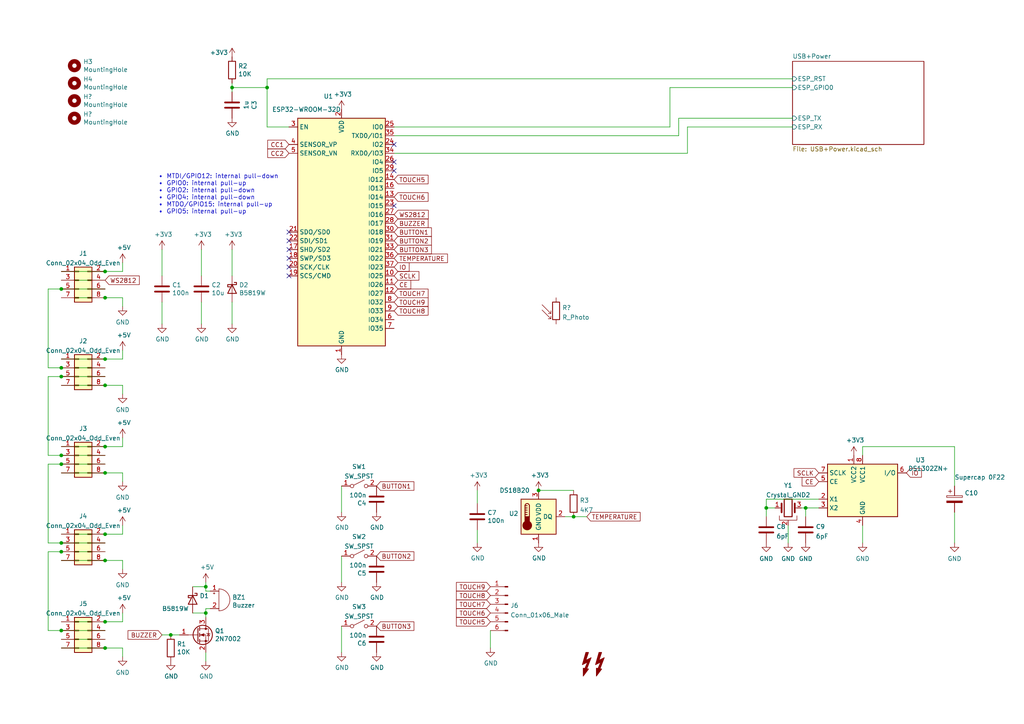
<source format=kicad_sch>
(kicad_sch (version 20211123) (generator eeschema)
  (paper "A4")
  (lib_symbols
    (symbol "Connector:Conn_01x06_Male" (pin_names (offset 1.016) hide)
      (property "Reference" "J" (at 0 7.62 0))
      (property "Value" "Conn_01x06_Male" (at 0 -10.16 0))
      (symbol "Conn_01x06_Male_1_1"
        (polyline (pts (xy 1.27 -7.62) (xy 0.8636 -7.62)) (stroke (width 0.1524)))
        (polyline (pts (xy 1.27 -5.08) (xy 0.8636 -5.08)) (stroke (width 0.1524)))
        (polyline (pts (xy 1.27 -2.54) (xy 0.8636 -2.54)) (stroke (width 0.1524)))
        (polyline (pts (xy 1.27 0) (xy 0.8636 0)) (stroke (width 0.1524)))
        (polyline (pts (xy 1.27 2.54) (xy 0.8636 2.54)) (stroke (width 0.1524)))
        (polyline (pts (xy 1.27 5.08) (xy 0.8636 5.08)) (stroke (width 0.1524)))
        (rectangle (start 0.8636 -7.493) (end 0 -7.747) (stroke (width 0.1524)) (fill (type outline)))
        (rectangle (start 0.8636 -4.953) (end 0 -5.207) (stroke (width 0.1524)) (fill (type outline)))
        (rectangle (start 0.8636 -2.413) (end 0 -2.667) (stroke (width 0.1524)) (fill (type outline)))
        (rectangle (start 0.8636 0.127) (end 0 -0.127) (stroke (width 0.1524)) (fill (type outline)))
        (rectangle (start 0.8636 2.667) (end 0 2.413) (stroke (width 0.1524)) (fill (type outline)))
        (rectangle (start 0.8636 5.207) (end 0 4.953) (stroke (width 0.1524)) (fill (type outline)))
        (pin passive line (at 5.08 5.08 180) (length 3.81) (name "Pin_1") (number "1"))
        (pin passive line (at 5.08 2.54 180) (length 3.81) (name "Pin_2") (number "2"))
        (pin passive line (at 5.08 0 180) (length 3.81) (name "Pin_3") (number "3"))
        (pin passive line (at 5.08 -2.54 180) (length 3.81) (name "Pin_4") (number "4"))
        (pin passive line (at 5.08 -5.08 180) (length 3.81) (name "Pin_5") (number "5"))
        (pin passive line (at 5.08 -7.62 180) (length 3.81) (name "Pin_6") (number "6"))
      )
    )
    (symbol "Connector_Generic:Conn_02x04_Odd_Even" (pin_names (offset 1.016) hide)
      (property "Reference" "J" (at 1.27 5.08 0))
      (property "Value" "Conn_02x04_Odd_Even" (at 1.27 -7.62 0))
      (symbol "Conn_02x04_Odd_Even_1_1"
        (rectangle (start -1.27 -4.953) (end 0 -5.207) (stroke (width 0.1524)))
        (rectangle (start -1.27 -2.413) (end 0 -2.667) (stroke (width 0.1524)))
        (rectangle (start -1.27 0.127) (end 0 -0.127) (stroke (width 0.1524)))
        (rectangle (start -1.27 2.667) (end 0 2.413) (stroke (width 0.1524)))
        (rectangle (start -1.27 3.81) (end 3.81 -6.35) (stroke (width 0.254)) (fill (type background)))
        (rectangle (start 3.81 -4.953) (end 2.54 -5.207) (stroke (width 0.1524)))
        (rectangle (start 3.81 -2.413) (end 2.54 -2.667) (stroke (width 0.1524)))
        (rectangle (start 3.81 0.127) (end 2.54 -0.127) (stroke (width 0.1524)))
        (rectangle (start 3.81 2.667) (end 2.54 2.413) (stroke (width 0.1524)))
        (pin passive line (at -5.08 2.54 0) (length 3.81) (name "Pin_1") (number "1"))
        (pin passive line (at 7.62 2.54 180) (length 3.81) (name "Pin_2") (number "2"))
        (pin passive line (at -5.08 0 0) (length 3.81) (name "Pin_3") (number "3"))
        (pin passive line (at 7.62 0 180) (length 3.81) (name "Pin_4") (number "4"))
        (pin passive line (at -5.08 -2.54 0) (length 3.81) (name "Pin_5") (number "5"))
        (pin passive line (at 7.62 -2.54 180) (length 3.81) (name "Pin_6") (number "6"))
        (pin passive line (at -5.08 -5.08 0) (length 3.81) (name "Pin_7") (number "7"))
        (pin passive line (at 7.62 -5.08 180) (length 3.81) (name "Pin_8") (number "8"))
      )
    )
    (symbol "Device:Buzzer" (pin_names (offset 0.0254) hide)
      (property "Reference" "BZ" (at 3.81 1.27 0))
      (property "Value" "Buzzer" (at 3.81 -1.27 0))
      (symbol "Buzzer_0_1"
        (arc (start 0 -3.175) (mid 3.175 0) (end 0 3.175))
        (polyline (pts (xy -1.651 1.905) (xy -1.143 1.905)))
        (polyline (pts (xy -1.397 2.159) (xy -1.397 1.651)))
        (polyline (pts (xy 0 3.175) (xy 0 -3.175)))
      )
      (symbol "Buzzer_1_1"
        (pin passive line (at -2.54 2.54 0) (length 2.54) (name "-") (number "1"))
        (pin passive line (at -2.54 -2.54 0) (length 2.54) (name "+") (number "2"))
      )
    )
    (symbol "Device:C" (pin_numbers hide) (pin_names (offset 0.254))
      (property "Reference" "C" (at 0.635 2.54 0))
      (property "Value" "C" (at 0.635 -2.54 0))
      (symbol "C_0_1"
        (polyline (pts (xy -2.032 -0.762) (xy 2.032 -0.762)) (stroke (width 0.508)))
        (polyline (pts (xy -2.032 0.762) (xy 2.032 0.762)) (stroke (width 0.508)))
      )
      (symbol "C_1_1"
        (pin passive line (at 0 3.81 270) (length 2.794) (name "~") (number "1"))
        (pin passive line (at 0 -3.81 90) (length 2.794) (name "~") (number "2"))
      )
    )
    (symbol "Device:C_Polarized" (pin_numbers hide) (pin_names (offset 0.254))
      (property "Reference" "C" (at 0.635 2.54 0))
      (property "Value" "C_Polarized" (at 0.635 -2.54 0))
      (symbol "C_Polarized_0_1"
        (rectangle (start -2.286 0.508) (end 2.286 1.016))
        (polyline (pts (xy -1.778 2.286) (xy -0.762 2.286)))
        (polyline (pts (xy -1.27 2.794) (xy -1.27 1.778)))
        (rectangle (start 2.286 -0.508) (end -2.286 -1.016) (fill (type outline)))
      )
      (symbol "C_Polarized_1_1"
        (pin passive line (at 0 3.81 270) (length 2.794) (name "~") (number "1"))
        (pin passive line (at 0 -3.81 90) (length 2.794) (name "~") (number "2"))
      )
    )
    (symbol "Device:Crystal_GND2" (pin_names (offset 1.016) hide)
      (property "Reference" "Y" (at 0 5.715 0))
      (property "Value" "Crystal_GND2" (at 0 3.81 0))
      (symbol "Crystal_GND2_0_1"
        (rectangle (start -1.143 2.54) (end 1.143 -2.54) (stroke (width 0.3048)))
        (polyline (pts (xy -2.54 0) (xy -1.905 0)))
        (polyline (pts (xy -1.905 -1.27) (xy -1.905 1.27)) (stroke (width 0.508)))
        (polyline (pts (xy 0 -3.81) (xy 0 -3.556)))
        (polyline (pts (xy 1.905 0) (xy 2.54 0)))
        (polyline (pts (xy 1.905 1.27) (xy 1.905 -1.27)) (stroke (width 0.508)))
        (polyline (pts (xy -2.54 -2.286) (xy -2.54 -3.556) (xy 2.54 -3.556) (xy 2.54 -2.286)))
      )
      (symbol "Crystal_GND2_1_1"
        (pin passive line (at -3.81 0 0) (length 1.27) (name "1") (number "1"))
        (pin passive line (at 0 -5.08 90) (length 1.27) (name "2") (number "2"))
        (pin passive line (at 3.81 0 180) (length 1.27) (name "3") (number "3"))
      )
    )
    (symbol "Device:D_Schottky" (pin_numbers hide) (pin_names (offset 1.016) hide)
      (property "Reference" "D" (at 0 2.54 0))
      (property "Value" "D_Schottky" (at 0 -2.54 0))
      (symbol "D_Schottky_0_1"
        (polyline (pts (xy 1.27 0) (xy -1.27 0)))
        (polyline (pts (xy 1.27 1.27) (xy 1.27 -1.27) (xy -1.27 0) (xy 1.27 1.27)) (stroke (width 0.254)))
        (polyline (pts (xy -1.905 0.635) (xy -1.905 1.27) (xy -1.27 1.27) (xy -1.27 -1.27) (xy -0.635 -1.27) (xy -0.635 -0.635)) (stroke (width 0.254)))
      )
      (symbol "D_Schottky_1_1"
        (pin passive line (at -3.81 0 0) (length 2.54) (name "K") (number "1"))
        (pin passive line (at 3.81 0 180) (length 2.54) (name "A") (number "2"))
      )
    )
    (symbol "Device:R" (pin_numbers hide) (pin_names (offset 0))
      (property "Reference" "R" (at 2.032 0 90))
      (property "Value" "R" (at 0 0 90))
      (symbol "R_0_1"
        (rectangle (start -1.016 -2.54) (end 1.016 2.54) (stroke (width 0.254)))
      )
      (symbol "R_1_1"
        (pin passive line (at 0 3.81 270) (length 1.27) (name "~") (number "1"))
        (pin passive line (at 0 -3.81 90) (length 1.27) (name "~") (number "2"))
      )
    )
    (symbol "Device:R_Photo" (pin_numbers hide) (pin_names (offset 0))
      (property "Reference" "R" (at 1.27 1.27 0))
      (property "Value" "R_Photo" (at 1.27 0 0))
      (symbol "R_Photo_0_1"
        (rectangle (start -1.016 2.54) (end 1.016 -2.54) (stroke (width 0.254)))
        (polyline (pts (xy -1.524 -2.286) (xy -4.064 0.254)))
        (polyline (pts (xy -1.524 -2.286) (xy -2.286 -2.286)))
        (polyline (pts (xy -1.524 -2.286) (xy -1.524 -1.524)))
        (polyline (pts (xy -1.524 -0.762) (xy -4.064 1.778)))
        (polyline (pts (xy -1.524 -0.762) (xy -2.286 -0.762)))
        (polyline (pts (xy -1.524 -0.762) (xy -1.524 0)))
      )
      (symbol "R_Photo_1_1"
        (pin passive line (at 0 3.81 270) (length 1.27) (name "~") (number "1"))
        (pin passive line (at 0 -3.81 90) (length 1.27) (name "~") (number "2"))
      )
    )
    (symbol "Graphic:SYM_Flash_Small" (pin_names (offset 1.016))
      (symbol "SYM_Flash_Small_0_1"
        (polyline (pts (xy 0.508 -1.016) (xy -1.016 -0.762) (xy -1.016 -3.048) (xy 0.508 -1.016)) (stroke (width 0.2032)) (fill (type outline)))
        (polyline (pts (xy -0.254 3.81) (xy 0.508 3.81) (xy -0.254 1.524) (xy 1.27 2.286) (xy 0 -1.016) (xy -0.508 -0.762) (xy 0.254 1.016) (xy -1.27 0.254) (xy -0.254 3.81)) (stroke (width 0.2032)) (fill (type outline)))
      )
    )
    (symbol "Mechanical:MountingHole" (pin_names (offset 1.016))
      (property "Reference" "H" (at 0 5.08 0))
      (property "Value" "MountingHole" (at 0 3.175 0))
      (symbol "MountingHole_0_1"
        (circle (center 0 0) (radius 1.27) (stroke (width 1.27)))
      )
    )
    (symbol "RF_Module:ESP32-WROOM-32D"
      (property "Reference" "U" (at -12.7 34.29 0))
      (property "Value" "ESP32-WROOM-32D" (at 1.27 34.29 0))
      (symbol "ESP32-WROOM-32D_0_1"
        (rectangle (start -12.7 33.02) (end 12.7 -33.02) (stroke (width 0.254)) (fill (type background)))
      )
      (symbol "ESP32-WROOM-32D_1_1"
        (pin power_in line (at 0 -35.56 90) (length 2.54) (name "GND") (number "1"))
        (pin bidirectional line (at 15.24 -12.7 180) (length 2.54) (name "IO25") (number "10"))
        (pin bidirectional line (at 15.24 -15.24 180) (length 2.54) (name "IO26") (number "11"))
        (pin bidirectional line (at 15.24 -17.78 180) (length 2.54) (name "IO27") (number "12"))
        (pin bidirectional line (at 15.24 10.16 180) (length 2.54) (name "IO14") (number "13"))
        (pin bidirectional line (at 15.24 15.24 180) (length 2.54) (name "IO12") (number "14"))
        (pin passive line (at 0 -35.56 90) (length 2.54) hide (name "GND") (number "15"))
        (pin bidirectional line (at 15.24 12.7 180) (length 2.54) (name "IO13") (number "16"))
        (pin bidirectional line (at -15.24 -5.08 0) (length 2.54) (name "SHD/SD2") (number "17"))
        (pin bidirectional line (at -15.24 -7.62 0) (length 2.54) (name "SWP/SD3") (number "18"))
        (pin bidirectional line (at -15.24 -12.7 0) (length 2.54) (name "SCS/CMD") (number "19"))
        (pin power_in line (at 0 35.56 270) (length 2.54) (name "VDD") (number "2"))
        (pin bidirectional line (at -15.24 -10.16 0) (length 2.54) (name "SCK/CLK") (number "20"))
        (pin bidirectional line (at -15.24 0 0) (length 2.54) (name "SDO/SD0") (number "21"))
        (pin bidirectional line (at -15.24 -2.54 0) (length 2.54) (name "SDI/SD1") (number "22"))
        (pin bidirectional line (at 15.24 7.62 180) (length 2.54) (name "IO15") (number "23"))
        (pin bidirectional line (at 15.24 25.4 180) (length 2.54) (name "IO2") (number "24"))
        (pin bidirectional line (at 15.24 30.48 180) (length 2.54) (name "IO0") (number "25"))
        (pin bidirectional line (at 15.24 20.32 180) (length 2.54) (name "IO4") (number "26"))
        (pin bidirectional line (at 15.24 5.08 180) (length 2.54) (name "IO16") (number "27"))
        (pin bidirectional line (at 15.24 2.54 180) (length 2.54) (name "IO17") (number "28"))
        (pin bidirectional line (at 15.24 17.78 180) (length 2.54) (name "IO5") (number "29"))
        (pin input line (at -15.24 30.48 0) (length 2.54) (name "EN") (number "3"))
        (pin bidirectional line (at 15.24 0 180) (length 2.54) (name "IO18") (number "30"))
        (pin bidirectional line (at 15.24 -2.54 180) (length 2.54) (name "IO19") (number "31"))
        (pin no_connect line (at -12.7 -27.94 0) (length 2.54) hide (name "NC") (number "32"))
        (pin bidirectional line (at 15.24 -5.08 180) (length 2.54) (name "IO21") (number "33"))
        (pin bidirectional line (at 15.24 22.86 180) (length 2.54) (name "RXD0/IO3") (number "34"))
        (pin bidirectional line (at 15.24 27.94 180) (length 2.54) (name "TXD0/IO1") (number "35"))
        (pin bidirectional line (at 15.24 -7.62 180) (length 2.54) (name "IO22") (number "36"))
        (pin bidirectional line (at 15.24 -10.16 180) (length 2.54) (name "IO23") (number "37"))
        (pin passive line (at 0 -35.56 90) (length 2.54) hide (name "GND") (number "38"))
        (pin passive line (at 0 -35.56 90) (length 2.54) hide (name "GND") (number "39"))
        (pin input line (at -15.24 25.4 0) (length 2.54) (name "SENSOR_VP") (number "4"))
        (pin input line (at -15.24 22.86 0) (length 2.54) (name "SENSOR_VN") (number "5"))
        (pin input line (at 15.24 -25.4 180) (length 2.54) (name "IO34") (number "6"))
        (pin input line (at 15.24 -27.94 180) (length 2.54) (name "IO35") (number "7"))
        (pin bidirectional line (at 15.24 -20.32 180) (length 2.54) (name "IO32") (number "8"))
        (pin bidirectional line (at 15.24 -22.86 180) (length 2.54) (name "IO33") (number "9"))
      )
    )
    (symbol "Sensor_Temperature:DS18B20" (pin_names (offset 1.016))
      (property "Reference" "U" (at -3.81 6.35 0))
      (property "Value" "DS18B20" (at 6.35 6.35 0))
      (symbol "DS18B20_0_1"
        (rectangle (start -5.08 5.08) (end 5.08 -5.08) (stroke (width 0.254)) (fill (type background)))
        (circle (center -3.302 -2.54) (radius 1.27) (stroke (width 0.254)) (fill (type outline)))
        (rectangle (start -2.667 -1.905) (end -3.937 0) (stroke (width 0.254)) (fill (type outline)))
        (arc (start -2.667 3.175) (mid -3.302 3.81) (end -3.937 3.175) (stroke (width 0.254)))
        (polyline (pts (xy -3.937 0.635) (xy -3.302 0.635)) (stroke (width 0.254)))
        (polyline (pts (xy -3.937 1.27) (xy -3.302 1.27)) (stroke (width 0.254)))
        (polyline (pts (xy -3.937 1.905) (xy -3.302 1.905)) (stroke (width 0.254)))
        (polyline (pts (xy -3.937 2.54) (xy -3.302 2.54)) (stroke (width 0.254)))
        (polyline (pts (xy -3.937 3.175) (xy -3.937 0)) (stroke (width 0.254)))
        (polyline (pts (xy -3.937 3.175) (xy -3.302 3.175)) (stroke (width 0.254)))
        (polyline (pts (xy -2.667 3.175) (xy -2.667 0)) (stroke (width 0.254)))
      )
      (symbol "DS18B20_1_1"
        (pin power_in line (at 0 -7.62 90) (length 2.54) (name "GND") (number "1"))
        (pin bidirectional line (at 7.62 0 180) (length 2.54) (name "DQ") (number "2"))
        (pin power_in line (at 0 7.62 270) (length 2.54) (name "VDD") (number "3"))
      )
    )
    (symbol "Switch:SW_SPST" (pin_names (offset 0) hide)
      (property "Reference" "SW" (at 0 3.175 0))
      (property "Value" "SW_SPST" (at 0 -2.54 0))
      (symbol "SW_SPST_0_0"
        (circle (center -2.032 0) (radius 0.508))
        (polyline (pts (xy -1.524 0.254) (xy 1.524 1.778)))
        (circle (center 2.032 0) (radius 0.508))
      )
      (symbol "SW_SPST_1_1"
        (pin passive line (at -5.08 0 0) (length 2.54) (name "A") (number "1"))
        (pin passive line (at 5.08 0 180) (length 2.54) (name "B") (number "2"))
      )
    )
    (symbol "Timer_RTC:DS1302ZN+"
      (property "Reference" "U" (at -8.89 8.89 0))
      (property "Value" "DS1302ZN+" (at 6.35 8.89 0))
      (symbol "DS1302ZN+_1_1"
        (rectangle (start -10.16 7.62) (end 10.16 -7.62) (stroke (width 0.254)) (fill (type background)))
        (pin power_in line (at -2.54 10.16 270) (length 2.54) (name "VCC2") (number "1"))
        (pin input line (at -12.7 -2.54 0) (length 2.54) (name "X1") (number "2"))
        (pin input line (at -12.7 -5.08 0) (length 2.54) (name "X2") (number "3"))
        (pin power_in line (at 0 -10.16 90) (length 2.54) (name "GND") (number "4"))
        (pin input line (at -12.7 2.54 0) (length 2.54) (name "CE") (number "5"))
        (pin bidirectional line (at 12.7 5.08 180) (length 2.54) (name "I/O") (number "6"))
        (pin input line (at -12.7 5.08 0) (length 2.54) (name "SCLK") (number "7"))
        (pin power_in line (at 0 10.16 270) (length 2.54) (name "VCC1") (number "8"))
      )
    )
    (symbol "Transistor_FET:2N7002" (pin_names hide)
      (property "Reference" "Q" (at 5.08 1.905 0))
      (property "Value" "2N7002" (at 5.08 0 0))
      (symbol "2N7002_0_1"
        (polyline (pts (xy 0.254 0) (xy -2.54 0)))
        (polyline (pts (xy 0.254 1.905) (xy 0.254 -1.905)) (stroke (width 0.254)))
        (polyline (pts (xy 0.762 -1.27) (xy 0.762 -2.286)) (stroke (width 0.254)))
        (polyline (pts (xy 0.762 0.508) (xy 0.762 -0.508)) (stroke (width 0.254)))
        (polyline (pts (xy 0.762 2.286) (xy 0.762 1.27)) (stroke (width 0.254)))
        (polyline (pts (xy 2.54 2.54) (xy 2.54 1.778)))
        (polyline (pts (xy 2.54 -2.54) (xy 2.54 0) (xy 0.762 0)))
        (polyline (pts (xy 0.762 -1.778) (xy 3.302 -1.778) (xy 3.302 1.778) (xy 0.762 1.778)))
        (polyline (pts (xy 1.016 0) (xy 2.032 0.381) (xy 2.032 -0.381) (xy 1.016 0)) (fill (type outline)))
        (polyline (pts (xy 2.794 0.508) (xy 2.921 0.381) (xy 3.683 0.381) (xy 3.81 0.254)))
        (polyline (pts (xy 3.302 0.381) (xy 2.921 -0.254) (xy 3.683 -0.254) (xy 3.302 0.381)))
        (circle (center 1.651 0) (radius 2.794) (stroke (width 0.254)))
        (circle (center 2.54 -1.778) (radius 0.254) (fill (type outline)))
        (circle (center 2.54 1.778) (radius 0.254) (fill (type outline)))
      )
      (symbol "2N7002_1_1"
        (pin input line (at -5.08 0 0) (length 2.54) (name "G") (number "1"))
        (pin passive line (at 2.54 -5.08 90) (length 2.54) (name "S") (number "2"))
        (pin passive line (at 2.54 5.08 270) (length 2.54) (name "D") (number "3"))
      )
    )
    (symbol "power:+3V3" (power) (pin_names (offset 0))
      (property "Value" "+3V3" (at 0 3.556 0))
      (symbol "+3V3_0_1"
        (polyline (pts (xy -0.762 1.27) (xy 0 2.54)))
        (polyline (pts (xy 0 0) (xy 0 2.54)))
        (polyline (pts (xy 0 2.54) (xy 0.762 1.27)))
      )
      (symbol "+3V3_1_1"
        (pin power_in line (at 0 0 90) (length 0) hide (name "+3V3") (number "1"))
      )
    )
    (symbol "power:+5V" (power) (pin_names (offset 0))
      (property "Value" "+5V" (at 0 3.556 0))
      (symbol "+5V_0_1"
        (polyline (pts (xy -0.762 1.27) (xy 0 2.54)))
        (polyline (pts (xy 0 0) (xy 0 2.54)))
        (polyline (pts (xy 0 2.54) (xy 0.762 1.27)))
      )
      (symbol "+5V_1_1"
        (pin power_in line (at 0 0 90) (length 0) hide (name "+5V") (number "1"))
      )
    )
    (symbol "power:GND" (power) (pin_names (offset 0))
      (property "Value" "GND" (at 0 -3.81 0))
      (symbol "GND_0_1"
        (polyline (pts (xy 0 0) (xy 0 -1.27) (xy 1.27 -1.27) (xy 0 -2.54) (xy -1.27 -1.27) (xy 0 -1.27)))
      )
      (symbol "GND_1_1"
        (pin power_in line (at 0 0 270) (length 0) hide (name "GND") (number "1"))
      )
    )
  )
  (junction (at 30.48 86.36))
  (junction (at 59.69 170.18))
  (junction (at 49.53 184.15))
  (junction (at 222.25 147.32))
  (junction (at 156.21 142.24))
  (junction (at 30.48 154.94))
  (junction (at 17.78 132.08))
  (junction (at 30.48 129.54))
  (junction (at 233.68 147.32))
  (junction (at 17.78 106.68))
  (junction (at 17.78 157.48))
  (junction (at 30.48 137.16))
  (junction (at 166.37 149.86))
  (junction (at 30.48 111.76))
  (junction (at 77.47 25.4))
  (junction (at 17.78 160.02))
  (junction (at 17.78 109.22))
  (junction (at 30.48 180.34))
  (junction (at 30.48 104.14))
  (junction (at 17.78 134.62))
  (junction (at 17.78 83.82))
  (junction (at 17.78 182.88))
  (junction (at 30.48 78.74))
  (junction (at 30.48 162.56))
  (junction (at 30.48 187.96))
  (junction (at 59.69 177.8))
  (junction (at 67.31 25.4))
  (no_connect (at 83.82 69.85))
  (no_connect (at 83.82 72.39))
  (no_connect (at 83.82 74.93))
  (no_connect (at 114.3 46.99))
  (no_connect (at 114.3 49.53))
  (no_connect (at 114.3 59.69))
  (no_connect (at 83.82 80.01))
  (no_connect (at 114.3 41.91))
  (no_connect (at 83.82 77.47))
  (no_connect (at 83.82 67.31))
  (wire (pts (xy 77.47 36.83) (xy 77.47 25.4)))
  (wire (pts (xy 35.56 88.9) (xy 35.56 86.36)))
  (wire (pts (xy 229.87 25.4) (xy 194.31 25.4)))
  (wire (pts (xy 35.56 162.56) (xy 30.48 162.56)))
  (wire (pts (xy 250.19 129.54) (xy 250.19 132.08)))
  (wire (pts (xy 17.78 111.76) (xy 30.48 111.76)))
  (wire (pts (xy 237.49 144.78) (xy 222.25 144.78)))
  (wire (pts (xy 67.31 25.4) (xy 77.47 25.4)))
  (wire (pts (xy 13.97 157.48) (xy 17.78 157.48)))
  (wire (pts (xy 17.78 83.82) (xy 13.97 83.82)))
  (wire (pts (xy 59.69 191.77) (xy 59.69 189.23)))
  (wire (pts (xy 138.43 153.67) (xy 138.43 157.48)))
  (wire (pts (xy 17.78 185.42) (xy 30.48 185.42)))
  (wire (pts (xy 30.48 154.94) (xy 35.56 154.94)))
  (wire (pts (xy 60.96 176.53) (xy 59.69 176.53)))
  (wire (pts (xy 163.83 149.86) (xy 166.37 149.86)))
  (wire (pts (xy 224.79 147.32) (xy 222.25 147.32)))
  (wire (pts (xy 30.48 104.14) (xy 35.56 104.14)))
  (wire (pts (xy 276.86 148.59) (xy 276.86 157.48)))
  (wire (pts (xy 142.24 182.88) (xy 142.24 187.96)))
  (wire (pts (xy 77.47 22.86) (xy 229.87 22.86)))
  (wire (pts (xy 17.78 187.96) (xy 30.48 187.96)))
  (wire (pts (xy 17.78 81.28) (xy 30.48 81.28)))
  (wire (pts (xy 13.97 134.62) (xy 13.97 157.48)))
  (wire (pts (xy 196.85 34.29) (xy 196.85 39.37)))
  (wire (pts (xy 59.69 171.45) (xy 60.96 171.45)))
  (wire (pts (xy 13.97 132.08) (xy 17.78 132.08)))
  (wire (pts (xy 138.43 146.05) (xy 138.43 142.24)))
  (wire (pts (xy 59.69 170.18) (xy 55.88 170.18)))
  (wire (pts (xy 35.56 154.94) (xy 35.56 152.4)))
  (wire (pts (xy 17.78 78.74) (xy 30.48 78.74)))
  (wire (pts (xy 222.25 147.32) (xy 222.25 149.86)))
  (wire (pts (xy 67.31 93.98) (xy 67.31 87.63)))
  (wire (pts (xy 13.97 160.02) (xy 13.97 182.88)))
  (wire (pts (xy 17.78 132.08) (xy 30.48 132.08)))
  (wire (pts (xy 35.56 187.96) (xy 30.48 187.96)))
  (wire (pts (xy 35.56 139.7) (xy 35.56 137.16)))
  (wire (pts (xy 67.31 80.01) (xy 67.31 72.39)))
  (wire (pts (xy 233.68 147.32) (xy 233.68 149.86)))
  (wire (pts (xy 229.87 36.83) (xy 199.39 36.83)))
  (wire (pts (xy 35.56 104.14) (xy 35.56 101.6)))
  (wire (pts (xy 35.56 137.16) (xy 30.48 137.16)))
  (wire (pts (xy 30.48 180.34) (xy 35.56 180.34)))
  (wire (pts (xy 30.48 78.74) (xy 35.56 78.74)))
  (wire (pts (xy 59.69 168.91) (xy 59.69 170.18)))
  (wire (pts (xy 228.6 152.4) (xy 228.6 157.48)))
  (wire (pts (xy 232.41 147.32) (xy 233.68 147.32)))
  (wire (pts (xy 67.31 26.67) (xy 67.31 25.4)))
  (wire (pts (xy 99.06 181.61) (xy 99.06 189.23)))
  (wire (pts (xy 17.78 104.14) (xy 30.48 104.14)))
  (wire (pts (xy 199.39 44.45) (xy 114.3 44.45)))
  (wire (pts (xy 17.78 180.34) (xy 30.48 180.34)))
  (wire (pts (xy 196.85 39.37) (xy 114.3 39.37)))
  (wire (pts (xy 46.99 80.01) (xy 46.99 72.39)))
  (wire (pts (xy 199.39 36.83) (xy 199.39 44.45)))
  (wire (pts (xy 13.97 106.68) (xy 17.78 106.68)))
  (wire (pts (xy 17.78 134.62) (xy 30.48 134.62)))
  (wire (pts (xy 17.78 137.16) (xy 30.48 137.16)))
  (wire (pts (xy 17.78 154.94) (xy 30.48 154.94)))
  (wire (pts (xy 49.53 184.15) (xy 46.99 184.15)))
  (wire (pts (xy 17.78 109.22) (xy 30.48 109.22)))
  (wire (pts (xy 99.06 140.97) (xy 99.06 148.59)))
  (wire (pts (xy 17.78 86.36) (xy 30.48 86.36)))
  (wire (pts (xy 17.78 109.22) (xy 13.97 109.22)))
  (wire (pts (xy 46.99 87.63) (xy 46.99 93.98)))
  (wire (pts (xy 35.56 111.76) (xy 30.48 111.76)))
  (wire (pts (xy 194.31 25.4) (xy 194.31 36.83)))
  (wire (pts (xy 13.97 83.82) (xy 13.97 106.68)))
  (wire (pts (xy 233.68 147.32) (xy 237.49 147.32)))
  (wire (pts (xy 166.37 149.86) (xy 170.18 149.86)))
  (wire (pts (xy 222.25 144.78) (xy 222.25 147.32)))
  (wire (pts (xy 13.97 182.88) (xy 17.78 182.88)))
  (wire (pts (xy 58.42 72.39) (xy 58.42 80.01)))
  (wire (pts (xy 17.78 83.82) (xy 30.48 83.82)))
  (wire (pts (xy 30.48 129.54) (xy 35.56 129.54)))
  (wire (pts (xy 156.21 142.24) (xy 166.37 142.24)))
  (wire (pts (xy 13.97 109.22) (xy 13.97 132.08)))
  (wire (pts (xy 17.78 160.02) (xy 13.97 160.02)))
  (wire (pts (xy 17.78 129.54) (xy 30.48 129.54)))
  (wire (pts (xy 77.47 25.4) (xy 77.47 22.86)))
  (wire (pts (xy 250.19 152.4) (xy 250.19 157.48)))
  (wire (pts (xy 59.69 177.8) (xy 55.88 177.8)))
  (wire (pts (xy 58.42 87.63) (xy 58.42 93.98)))
  (wire (pts (xy 229.87 34.29) (xy 196.85 34.29)))
  (wire (pts (xy 17.78 160.02) (xy 30.48 160.02)))
  (wire (pts (xy 194.31 36.83) (xy 114.3 36.83)))
  (wire (pts (xy 35.56 165.1) (xy 35.56 162.56)))
  (wire (pts (xy 17.78 182.88) (xy 30.48 182.88)))
  (wire (pts (xy 17.78 106.68) (xy 30.48 106.68)))
  (wire (pts (xy 99.06 161.29) (xy 99.06 168.91)))
  (wire (pts (xy 59.69 176.53) (xy 59.69 177.8)))
  (wire (pts (xy 83.82 36.83) (xy 77.47 36.83)))
  (wire (pts (xy 17.78 162.56) (xy 30.48 162.56)))
  (wire (pts (xy 35.56 86.36) (xy 30.48 86.36)))
  (wire (pts (xy 276.86 129.54) (xy 250.19 129.54)))
  (wire (pts (xy 35.56 180.34) (xy 35.56 177.8)))
  (wire (pts (xy 17.78 134.62) (xy 13.97 134.62)))
  (wire (pts (xy 59.69 170.18) (xy 59.69 171.45)))
  (wire (pts (xy 35.56 129.54) (xy 35.56 127)))
  (wire (pts (xy 276.86 140.97) (xy 276.86 129.54)))
  (wire (pts (xy 35.56 190.5) (xy 35.56 187.96)))
  (wire (pts (xy 52.07 184.15) (xy 49.53 184.15)))
  (wire (pts (xy 17.78 157.48) (xy 30.48 157.48)))
  (wire (pts (xy 59.69 177.8) (xy 59.69 179.07)))
  (wire (pts (xy 35.56 114.3) (xy 35.56 111.76)))
  (wire (pts (xy 35.56 78.74) (xy 35.56 76.2)))
  (wire (pts (xy 67.31 25.4) (xy 67.31 24.13)))
  (text "• MTDI/GPIO12: internal pull-down\n• GPIO0: internal pull-up\n• GPIO2: internal pull-down\n• GPIO4: internal pull-down\n• MTDO/GPIO15: internal pull-up\n• GPIO5: internal pull-up" (at 45.72 62.23 0) (effects (font (size 1.27 1.27)) (justify left bottom)))
  (global_label "CC1" (shape input) (at 83.82 41.91 180) (property "Intersheet References" "${INTERSHEET_REFS}" (effects hide)))
  (global_label "BUZZER" (shape input) (at 46.99 184.15 180) (property "Intersheet References" "${INTERSHEET_REFS}" (effects hide)))
  (global_label "TOUCH7" (shape input) (at 114.3 85.09 0) (property "Intersheet References" "${INTERSHEET_REFS}" (effects hide)))
  (global_label "BUTTON2" (shape input) (at 109.22 161.29 0) (property "Intersheet References" "${INTERSHEET_REFS}" (effects hide)))
  (global_label "TOUCH5" (shape input) (at 114.3 52.07 0) (property "Intersheet References" "${INTERSHEET_REFS}" (effects hide)))
  (global_label "WS2812" (shape input) (at 30.48 81.28 0) (property "Intersheet References" "${INTERSHEET_REFS}" (effects hide)))
  (global_label "SCLK" (shape input) (at 114.3 80.01 0) (property "Intersheet References" "${INTERSHEET_REFS}" (effects hide)))
  (global_label "BUTTON3" (shape input) (at 114.3 72.39 0) (property "Intersheet References" "${INTERSHEET_REFS}" (effects hide)))
  (global_label "CC2" (shape input) (at 83.82 44.45 180) (property "Intersheet References" "${INTERSHEET_REFS}" (effects hide)))
  (global_label "TOUCH6" (shape input) (at 142.24 177.8 180) (property "Intersheet References" "${INTERSHEET_REFS}" (effects hide)))
  (global_label "TEMPERATURE" (shape input) (at 170.18 149.86 0) (property "Intersheet References" "${INTERSHEET_REFS}" (effects hide)))
  (global_label "IO" (shape input) (at 262.89 137.16 0) (property "Intersheet References" "${INTERSHEET_REFS}" (effects hide)))
  (global_label "TOUCH8" (shape input) (at 114.3 90.17 0) (property "Intersheet References" "${INTERSHEET_REFS}" (effects hide)))
  (global_label "WS2812" (shape input) (at 114.3 62.23 0) (property "Intersheet References" "${INTERSHEET_REFS}" (effects hide)))
  (global_label "IO" (shape input) (at 114.3 77.47 0) (property "Intersheet References" "${INTERSHEET_REFS}" (effects hide)))
  (global_label "TOUCH6" (shape input) (at 114.3 57.15 0) (property "Intersheet References" "${INTERSHEET_REFS}" (effects hide)))
  (global_label "CE" (shape input) (at 114.3 82.55 0) (property "Intersheet References" "${INTERSHEET_REFS}" (effects hide)))
  (global_label "TOUCH9" (shape input) (at 142.24 170.18 180) (property "Intersheet References" "${INTERSHEET_REFS}" (effects hide)))
  (global_label "CE" (shape input) (at 237.49 139.7 180) (property "Intersheet References" "${INTERSHEET_REFS}" (effects hide)))
  (global_label "BUTTON3" (shape input) (at 109.22 181.61 0) (property "Intersheet References" "${INTERSHEET_REFS}" (effects hide)))
  (global_label "TOUCH9" (shape input) (at 114.3 87.63 0) (property "Intersheet References" "${INTERSHEET_REFS}" (effects hide)))
  (global_label "BUTTON1" (shape input) (at 109.22 140.97 0) (property "Intersheet References" "${INTERSHEET_REFS}" (effects hide)))
  (global_label "SCLK" (shape input) (at 237.49 137.16 180) (property "Intersheet References" "${INTERSHEET_REFS}" (effects hide)))
  (global_label "BUZZER" (shape input) (at 114.3 64.77 0) (property "Intersheet References" "${INTERSHEET_REFS}" (effects hide)))
  (global_label "BUTTON1" (shape input) (at 114.3 67.31 0) (property "Intersheet References" "${INTERSHEET_REFS}" (effects hide)))
  (global_label "BUTTON2" (shape input) (at 114.3 69.85 0) (property "Intersheet References" "${INTERSHEET_REFS}" (effects hide)))
  (global_label "TEMPERATURE" (shape input) (at 114.3 74.93 0) (property "Intersheet References" "${INTERSHEET_REFS}" (effects hide)))
  (global_label "TOUCH7" (shape input) (at 142.24 175.26 180) (property "Intersheet References" "${INTERSHEET_REFS}" (effects hide)))
  (global_label "TOUCH5" (shape input) (at 142.24 180.34 180) (property "Intersheet References" "${INTERSHEET_REFS}" (effects hide)))
  (global_label "TOUCH8" (shape input) (at 142.24 172.72 180) (property "Intersheet References" "${INTERSHEET_REFS}" (effects hide)))
  (symbol (lib_id "Connector_Generic:Conn_02x04_Odd_Even") (at 22.86 157.48 0) (unit 1)
    (property "Reference" "J4" (at 24.13 149.7035 0))
    (property "Value" "Conn_02x04_Odd_Even" (at 24.13 152.4786 0))
    (property "Footprint" "Connector_PinHeader_2.54mm:PinHeader_2x04_P2.54mm_Vertical" (effects hide))
  )
  (symbol (lib_id "power:+5V") (at 59.69 168.91 0) (unit 1)
    (property "Reference" "#PWR0124" (effects hide))
    (property "Value" "+5V" (at 60.071 164.5158 0))
  )
  (symbol (lib_id "Switch:SW_SPST") (at 104.14 161.29 0) (unit 1)
    (property "Reference" "SW2" (at 104.14 155.6725 0))
    (property "Value" "SW_SPST" (at 104.14 158.4476 0))
    (property "Footprint" "Button_Switch_THT:SW_Tactile_SPST_Angled_PTS645Vx83-2LFS" (effects hide))
  )
  (symbol (lib_id "power:GND") (at 109.22 148.59 0) (unit 1)
    (property "Reference" "#PWR0106" (effects hide))
    (property "Value" "GND" (at 109.347 152.9842 0))
  )
  (symbol (lib_id "power:GND") (at 35.56 190.5 0) (unit 1)
    (property "Reference" "#PWR0126" (effects hide))
    (property "Value" "GND" (at 35.56 195.0625 0))
  )
  (symbol (lib_id "Device:C") (at 233.68 153.67 0) (unit 1)
    (property "Reference" "C9" (at 236.601 152.7615 0) (effects (justify left)))
    (property "Value" "6pF" (at 236.601 155.5366 0) (effects (justify left)))
  )
  (symbol (lib_id "Timer_RTC:DS1302ZN+") (at 250.19 142.24 0) (unit 1)
    (property "Reference" "U3" (at 266.9064 133.4348 0))
    (property "Value" "DS1302ZN+" (at 269.24 135.89 0))
    (property "Footprint" "Package_SO:SOIC-8_3.9x4.9mm_P1.27mm" (effects hide))
    (property "Datasheet" "https://datasheets.maximintegrated.com/en/ds/DS1302.pdf" (effects hide))
  )
  (symbol (lib_id "power:GND") (at 35.56 139.7 0) (unit 1)
    (property "Reference" "#PWR0101" (effects hide))
    (property "Value" "GND" (at 35.56 144.2625 0))
  )
  (symbol (lib_id "power:+3V3") (at 138.43 142.24 0) (unit 1)
    (property "Reference" "#PWR0137" (effects hide))
    (property "Value" "+3V3" (at 138.811 137.8458 0))
  )
  (symbol (lib_id "Device:Crystal_GND2") (at 228.6 147.32 0) (unit 1)
    (property "Reference" "Y1" (at 228.6 140.7881 0))
    (property "Value" "Crystal_GND2" (at 228.6 143.5632 0))
  )
  (symbol (lib_id "power:GND") (at 109.22 189.23 0) (unit 1)
    (property "Reference" "#PWR0109" (effects hide))
    (property "Value" "GND" (at 109.347 193.6242 0))
  )
  (symbol (lib_id "Device:C") (at 138.43 149.86 0) (unit 1)
    (property "Reference" "C7" (at 141.351 148.6916 0) (effects (justify left)))
    (property "Value" "100n" (at 141.351 151.003 0) (effects (justify left)))
    (property "Footprint" "Capacitor_SMD:C_0603_1608Metric" (effects hide))
    (property "LCSC" "C14663" (effects hide))
  )
  (symbol (lib_id "power:GND") (at 156.21 157.48 0) (unit 1)
    (property "Reference" "#PWR0140" (effects hide))
    (property "Value" "GND" (at 156.337 161.8742 0))
  )
  (symbol (lib_id "Mechanical:MountingHole") (at 21.59 34.29 0) (unit 1)
    (property "Reference" "H?" (at 24.13 33.1216 0) (effects (justify left)))
    (property "Value" "MountingHole" (at 24.13 35.433 0) (effects (justify left)))
    (property "Footprint" "MountingHole:MountingHole_3.2mm_M3" (effects hide))
  )
  (symbol (lib_id "power:+5V") (at 35.56 152.4 0) (unit 1)
    (property "Reference" "#PWR0102" (effects hide))
    (property "Value" "+5V" (at 35.941 148.0058 0))
  )
  (symbol (lib_id "power:GND") (at 109.22 168.91 0) (unit 1)
    (property "Reference" "#PWR0107" (effects hide))
    (property "Value" "GND" (at 109.347 173.3042 0))
  )
  (symbol (lib_id "Switch:SW_SPST") (at 104.14 140.97 0) (unit 1)
    (property "Reference" "SW1" (at 104.14 135.3525 0))
    (property "Value" "SW_SPST" (at 104.14 138.1276 0))
    (property "Footprint" "Button_Switch_THT:SW_Tactile_SPST_Angled_PTS645Vx83-2LFS" (effects hide))
  )
  (symbol (lib_id "Device:C") (at 67.31 30.48 180) (unit 1)
    (property "Reference" "C3" (at 73.7108 30.48 90))
    (property "Value" "1u" (at 71.3994 30.48 90))
    (property "Footprint" "Capacitor_SMD:C_0603_1608Metric" (effects hide))
    (property "LCSC" "C15849" (effects hide))
  )
  (symbol (lib_id "power:GND") (at 138.43 157.48 0) (unit 1)
    (property "Reference" "#PWR0138" (effects hide))
    (property "Value" "GND" (at 138.557 161.8742 0))
  )
  (symbol (lib_id "power:+3V3") (at 156.21 142.24 0) (unit 1)
    (property "Reference" "#PWR0136" (effects hide))
    (property "Value" "+3V3" (at 156.591 137.8458 0))
  )
  (symbol (lib_id "Device:C") (at 109.22 144.78 180) (unit 1)
    (property "Reference" "C4" (at 106.299 145.9484 0) (effects (justify left)))
    (property "Value" "100n" (at 106.299 143.637 0) (effects (justify left)))
    (property "Footprint" "Capacitor_SMD:C_0603_1608Metric" (effects hide))
    (property "LCSC" "C14663" (effects hide))
  )
  (symbol (lib_id "power:GND") (at 67.31 34.29 0) (unit 1)
    (property "Reference" "#PWR0132" (effects hide))
    (property "Value" "GND" (at 67.437 38.6842 0))
  )
  (symbol (lib_id "power:+5V") (at 35.56 177.8 0) (unit 1)
    (property "Reference" "#PWR0104" (effects hide))
    (property "Value" "+5V" (at 35.941 173.4058 0))
  )
  (symbol (lib_id "Mechanical:MountingHole") (at 21.59 19.05 0) (unit 1)
    (property "Reference" "H3" (at 24.13 17.8816 0) (effects (justify left)))
    (property "Value" "MountingHole" (at 24.13 20.193 0) (effects (justify left)))
    (property "Footprint" "MountingHole:MountingHole_3.2mm_M3" (effects hide))
  )
  (symbol (lib_id "power:+3V3") (at 99.06 31.75 0) (unit 1)
    (property "Reference" "#PWR0115" (effects hide))
    (property "Value" "+3V3" (at 99.441 27.3558 0))
  )
  (symbol (lib_id "Connector_Generic:Conn_02x04_Odd_Even") (at 22.86 132.08 0) (unit 1)
    (property "Reference" "J3" (at 24.13 124.3035 0))
    (property "Value" "Conn_02x04_Odd_Even" (at 24.13 127.0786 0))
    (property "Footprint" "Connector_PinHeader_2.54mm:PinHeader_2x04_P2.54mm_Vertical" (effects hide))
  )
  (symbol (lib_id "power:GND") (at 99.06 102.87 0) (unit 1)
    (property "Reference" "#PWR0116" (effects hide))
    (property "Value" "GND" (at 99.187 107.2642 0))
  )
  (symbol (lib_id "Graphic:SYM_Flash_Small") (at 173.99 193.04 0) (unit 1)
    (property "Reference" "G2" (effects hide))
    (property "Value" "LOGO" (effects hide))
    (property "Footprint" "Sergej_Library:Vedatori_15mm" (effects hide))
  )
  (symbol (lib_id "Mechanical:MountingHole") (at 21.59 24.13 0) (unit 1)
    (property "Reference" "H4" (at 24.13 22.9616 0) (effects (justify left)))
    (property "Value" "MountingHole" (at 24.13 25.273 0) (effects (justify left)))
    (property "Footprint" "MountingHole:MountingHole_3.2mm_M3" (effects hide))
  )
  (symbol (lib_id "power:+5V") (at 35.56 76.2 0) (unit 1)
    (property "Reference" "#PWR0127" (effects hide))
    (property "Value" "+5V" (at 35.941 71.8058 0))
  )
  (symbol (lib_id "Device:C") (at 109.22 165.1 180) (unit 1)
    (property "Reference" "C5" (at 106.299 166.2684 0) (effects (justify left)))
    (property "Value" "100n" (at 106.299 163.957 0) (effects (justify left)))
    (property "Footprint" "Capacitor_SMD:C_0603_1608Metric" (effects hide))
    (property "LCSC" "C14663" (effects hide))
  )
  (symbol (lib_id "power:GND") (at 67.31 93.98 0) (unit 1)
    (property "Reference" "#PWR0134" (effects hide))
    (property "Value" "GND" (at 67.437 98.3742 0))
  )
  (symbol (lib_id "power:GND") (at 99.06 168.91 0) (unit 1)
    (property "Reference" "#PWR0108" (effects hide))
    (property "Value" "GND" (at 99.187 173.3042 0))
  )
  (symbol (lib_id "Device:D_Schottky") (at 67.31 83.82 270) (unit 1)
    (property "Reference" "D2" (at 69.342 82.6516 90) (effects (justify left)))
    (property "Value" "B5819W" (at 69.342 84.963 90) (effects (justify left)))
    (property "Footprint" "Diode_SMD:D_SOD-123" (effects hide))
    (property "LCSC" "C8598" (effects hide))
  )
  (symbol (lib_id "power:+3V3") (at 67.31 16.51 0) (unit 1)
    (property "Reference" "#PWR0133" (effects hide))
    (property "Value" "+3V3" (at 63.5 15.24 0))
  )
  (symbol (lib_id "Switch:SW_SPST") (at 104.14 181.61 0) (unit 1)
    (property "Reference" "SW3" (at 104.14 175.9925 0))
    (property "Value" "SW_SPST" (at 104.14 178.7676 0))
    (property "Footprint" "Button_Switch_THT:SW_Tactile_SPST_Angled_PTS645Vx83-2LFS" (effects hide))
  )
  (symbol (lib_id "Device:C") (at 58.42 83.82 0) (unit 1)
    (property "Reference" "C2" (at 61.341 82.6516 0) (effects (justify left)))
    (property "Value" "10u" (at 61.341 84.963 0) (effects (justify left)))
    (property "Footprint" "Capacitor_SMD:C_0805_2012Metric" (effects hide))
    (property "LCSC" "C15850" (effects hide))
  )
  (symbol (lib_id "Device:R") (at 67.31 20.32 0) (unit 1)
    (property "Reference" "R2" (at 69.088 19.1516 0) (effects (justify left)))
    (property "Value" "10K" (at 69.088 21.463 0) (effects (justify left)))
    (property "Footprint" "Resistor_SMD:R_0603_1608Metric" (effects hide))
    (property "LCSC" "C25804" (effects hide))
  )
  (symbol (lib_id "Device:C_Polarized") (at 276.86 144.78 0) (unit 1)
    (property "Reference" "C10" (at 279.781 142.9825 0) (effects (justify left)))
    (property "Value" "Supercap 0F22" (at 276.86 138.43 0) (effects (justify left)))
  )
  (symbol (lib_id "Mechanical:MountingHole") (at 21.59 29.21 0) (unit 1)
    (property "Reference" "H?" (at 24.13 28.0416 0) (effects (justify left)))
    (property "Value" "MountingHole" (at 24.13 30.353 0) (effects (justify left)))
    (property "Footprint" "MountingHole:MountingHole_3.2mm_M3" (effects hide))
  )
  (symbol (lib_id "Connector_Generic:Conn_02x04_Odd_Even") (at 22.86 106.68 0) (unit 1)
    (property "Reference" "J2" (at 24.13 98.9035 0))
    (property "Value" "Conn_02x04_Odd_Even" (at 24.13 101.6786 0))
    (property "Footprint" "Connector_PinHeader_2.54mm:PinHeader_2x04_P2.54mm_Vertical" (effects hide))
  )
  (symbol (lib_id "Connector_Generic:Conn_02x04_Odd_Even") (at 22.86 81.28 0) (unit 1)
    (property "Reference" "J1" (at 24.13 73.5035 0))
    (property "Value" "Conn_02x04_Odd_Even" (at 24.13 76.2786 0))
    (property "Footprint" "Connector_PinHeader_2.54mm:PinHeader_2x04_P2.54mm_Vertical" (effects hide))
  )
  (symbol (lib_id "Device:R") (at 166.37 146.05 0) (unit 1)
    (property "Reference" "R3" (at 168.148 145.1415 0) (effects (justify left)))
    (property "Value" "4K7" (at 168.148 147.9166 0) (effects (justify left)))
  )
  (symbol (lib_id "power:+3V3") (at 67.31 72.39 0) (unit 1)
    (property "Reference" "#PWR0129" (effects hide))
    (property "Value" "+3V3" (at 67.691 67.9958 0))
  )
  (symbol (lib_id "Graphic:SYM_Flash_Small") (at 170.18 193.04 0) (unit 1)
    (property "Reference" "G1" (effects hide))
    (property "Value" "LOGO" (effects hide))
    (property "Footprint" "0Logo:Coufal_elektronika_text_30x13mm" (effects hide))
  )
  (symbol (lib_id "Device:R_Photo") (at 161.29 90.17 0) (unit 1)
    (property "Reference" "R?" (at 163.068 89.2615 0) (effects (justify left)))
    (property "Value" "R_Photo" (at 163.068 92.0366 0) (effects (justify left)))
  )
  (symbol (lib_id "Connector_Generic:Conn_02x04_Odd_Even") (at 22.86 182.88 0) (unit 1)
    (property "Reference" "J5" (at 24.13 175.1035 0))
    (property "Value" "Conn_02x04_Odd_Even" (at 24.13 177.8786 0))
    (property "Footprint" "Connector_PinHeader_2.54mm:PinHeader_2x04_P2.54mm_Vertical" (effects hide))
  )
  (symbol (lib_id "power:+5V") (at 35.56 101.6 0) (unit 1)
    (property "Reference" "#PWR0112" (effects hide))
    (property "Value" "+5V" (at 35.941 97.2058 0))
  )
  (symbol (lib_id "Sensor_Temperature:DS18B20") (at 156.21 149.86 0) (unit 1)
    (property "Reference" "U2" (at 150.368 148.9515 0) (effects (justify right)))
    (property "Value" "DS18B20" (at 153.67 142.24 0) (effects (justify right)))
    (property "Footprint" "Package_TO_SOT_THT:TO-92_Inline" (effects hide))
    (property "Datasheet" "http://datasheets.maximintegrated.com/en/ds/DS18B20.pdf" (effects hide))
  )
  (symbol (lib_id "power:GND") (at 276.86 157.48 0) (unit 1)
    (property "Reference" "#PWR0122" (effects hide))
    (property "Value" "GND" (at 276.86 162.0425 0))
  )
  (symbol (lib_id "power:GND") (at 59.69 191.77 0) (unit 1)
    (property "Reference" "#PWR0125" (effects hide))
    (property "Value" "GND" (at 59.817 196.1642 0))
  )
  (symbol (lib_id "Device:D_Schottky") (at 55.88 173.99 270) (unit 1)
    (property "Reference" "D1" (at 57.912 172.8216 90) (effects (justify left)))
    (property "Value" "B5819W" (at 46.99 176.53 90) (effects (justify left)))
    (property "Footprint" "Diode_SMD:D_SOD-123" (effects hide))
    (property "LCSC" "C8598" (effects hide))
  )
  (symbol (lib_id "power:GND") (at 99.06 148.59 0) (unit 1)
    (property "Reference" "#PWR0105" (effects hide))
    (property "Value" "GND" (at 99.187 152.9842 0))
  )
  (symbol (lib_id "Transistor_FET:2N7002") (at 57.15 184.15 0) (unit 1)
    (property "Reference" "Q1" (at 62.3316 182.9816 0) (effects (justify left)))
    (property "Value" "2N7002" (at 62.3316 185.293 0) (effects (justify left)))
    (property "Footprint" "Package_TO_SOT_SMD:SOT-23" (effects hide))
    (property "Datasheet" "https://www.onsemi.com/pub/Collateral/NDS7002A-D.PDF" (effects hide))
    (property "LCSC" "C8545" (effects hide))
  )
  (symbol (lib_id "power:GND") (at 250.19 157.48 0) (unit 1)
    (property "Reference" "#PWR0121" (effects hide))
    (property "Value" "GND" (at 250.19 162.0425 0))
  )
  (symbol (lib_id "power:GND") (at 35.56 88.9 0) (unit 1)
    (property "Reference" "#PWR0111" (effects hide))
    (property "Value" "GND" (at 35.56 93.4625 0))
  )
  (symbol (lib_id "Device:C") (at 109.22 185.42 180) (unit 1)
    (property "Reference" "C6" (at 106.299 186.5884 0) (effects (justify left)))
    (property "Value" "100n" (at 106.299 184.277 0) (effects (justify left)))
    (property "Footprint" "Capacitor_SMD:C_0603_1608Metric" (effects hide))
    (property "LCSC" "C14663" (effects hide))
  )
  (symbol (lib_id "power:GND") (at 35.56 165.1 0) (unit 1)
    (property "Reference" "#PWR0103" (effects hide))
    (property "Value" "GND" (at 35.56 169.6625 0))
  )
  (symbol (lib_id "power:GND") (at 99.06 189.23 0) (unit 1)
    (property "Reference" "#PWR0110" (effects hide))
    (property "Value" "GND" (at 99.187 193.6242 0))
  )
  (symbol (lib_id "Connector:Conn_01x06_Male") (at 147.32 175.26 0) (mirror y) (unit 1)
    (property "Reference" "J6" (at 148.0312 175.6215 0) (effects (justify right)))
    (property "Value" "Conn_01x06_Male" (at 148.0312 178.3966 0) (effects (justify right)))
  )
  (symbol (lib_id "power:GND") (at 233.68 157.48 0) (unit 1)
    (property "Reference" "#PWR0118" (effects hide))
    (property "Value" "GND" (at 233.68 162.0425 0))
  )
  (symbol (lib_id "power:GND") (at 142.24 187.96 0) (unit 1)
    (property "Reference" "#PWR0139" (effects hide))
    (property "Value" "GND" (at 142.367 192.3542 0))
  )
  (symbol (lib_id "power:GND") (at 58.42 93.98 0) (unit 1)
    (property "Reference" "#PWR0135" (effects hide))
    (property "Value" "GND" (at 58.547 98.3742 0))
  )
  (symbol (lib_id "power:+5V") (at 35.56 127 0) (unit 1)
    (property "Reference" "#PWR0113" (effects hide))
    (property "Value" "+5V" (at 35.941 122.6058 0))
  )
  (symbol (lib_id "power:GND") (at 228.6 157.48 0) (unit 1)
    (property "Reference" "#PWR0120" (effects hide))
    (property "Value" "GND" (at 228.6 162.0425 0))
  )
  (symbol (lib_id "power:+3V3") (at 46.99 72.39 0) (unit 1)
    (property "Reference" "#PWR0130" (effects hide))
    (property "Value" "+3V3" (at 47.371 67.9958 0))
  )
  (symbol (lib_id "power:GND") (at 49.53 191.77 0) (unit 1)
    (property "Reference" "#PWR0123" (effects hide))
    (property "Value" "GND" (at 49.657 196.1642 0))
  )
  (symbol (lib_id "Device:C") (at 46.99 83.82 0) (unit 1)
    (property "Reference" "C1" (at 49.911 82.6516 0) (effects (justify left)))
    (property "Value" "100n" (at 49.911 84.963 0) (effects (justify left)))
    (property "Footprint" "Capacitor_SMD:C_0603_1608Metric" (effects hide))
    (property "LCSC" "C14663" (effects hide))
  )
  (symbol (lib_id "RF_Module:ESP32-WROOM-32D") (at 99.06 67.31 0) (unit 1)
    (property "Reference" "U1" (at 95.25 27.94 0))
    (property "Value" "ESP32-WROOM-32D" (at 88.9 31.75 0))
    (property "Footprint" "RF_Module:ESP32-WROOM-32" (effects hide))
    (property "Datasheet" "https://www.espressif.com/sites/default/files/documentation/esp32-wroom-32d_esp32-wroom-32u_datasheet_en.pdf" (effects hide))
    (property "LCSC" "C473012" (effects hide))
  )
  (symbol (lib_id "power:GND") (at 222.25 157.48 0) (unit 1)
    (property "Reference" "#PWR0119" (effects hide))
    (property "Value" "GND" (at 222.25 162.0425 0))
  )
  (symbol (lib_id "power:+3V3") (at 247.65 132.08 0) (unit 1)
    (property "Reference" "#PWR0117" (effects hide))
    (property "Value" "+3V3" (at 248.031 127.6858 0))
  )
  (symbol (lib_id "Device:Buzzer") (at 63.5 173.99 0) (unit 1)
    (property "Reference" "BZ1" (at 67.3608 173.2534 0) (effects (justify left)))
    (property "Value" "Buzzer" (at 67.3608 175.5648 0) (effects (justify left)))
    (property "Footprint" "Buzzer_Beeper:Buzzer_12x9.5RM7.6" (effects hide))
  )
  (symbol (lib_id "power:GND") (at 46.99 93.98 0) (unit 1)
    (property "Reference" "#PWR0131" (effects hide))
    (property "Value" "GND" (at 47.117 98.3742 0))
  )
  (symbol (lib_id "power:+3V3") (at 58.42 72.39 0) (unit 1)
    (property "Reference" "#PWR0128" (effects hide))
    (property "Value" "+3V3" (at 58.801 67.9958 0))
  )
  (symbol (lib_id "Device:C") (at 222.25 153.67 0) (unit 1)
    (property "Reference" "C8" (at 225.171 152.7615 0) (effects (justify left)))
    (property "Value" "6pF" (at 225.171 155.5366 0) (effects (justify left)))
  )
  (symbol (lib_id "Device:R") (at 49.53 187.96 0) (unit 1)
    (property "Reference" "R1" (at 51.308 186.7916 0) (effects (justify left)))
    (property "Value" "10K" (at 51.308 189.103 0) (effects (justify left)))
    (property "Footprint" "Resistor_SMD:R_0603_1608Metric" (effects hide))
    (property "LCSC" "C25804" (effects hide))
  )
  (symbol (lib_id "power:GND") (at 35.56 114.3 0) (unit 1)
    (property "Reference" "#PWR0114" (effects hide))
    (property "Value" "GND" (at 35.56 118.8625 0))
  )
  (sheet (at 229.87 17.78) (size 38.1 24.13)
    (property "Sheet name" "USB+Power" (at 229.87 17.0684 0) (effects (justify left bottom)))
    (property "Sheet file" "USB+Power.kicad_sch" (at 229.87 42.4946 0) (effects (justify left top)))
    (pin "ESP_RX" input (at 229.87 36.83 180))
    (pin "ESP_TX" input (at 229.87 34.29 180))
    (pin "ESP_GPIO0" input (at 229.87 25.4 180))
    (pin "ESP_RST" input (at 229.87 22.86 180))
  )
)
</source>
